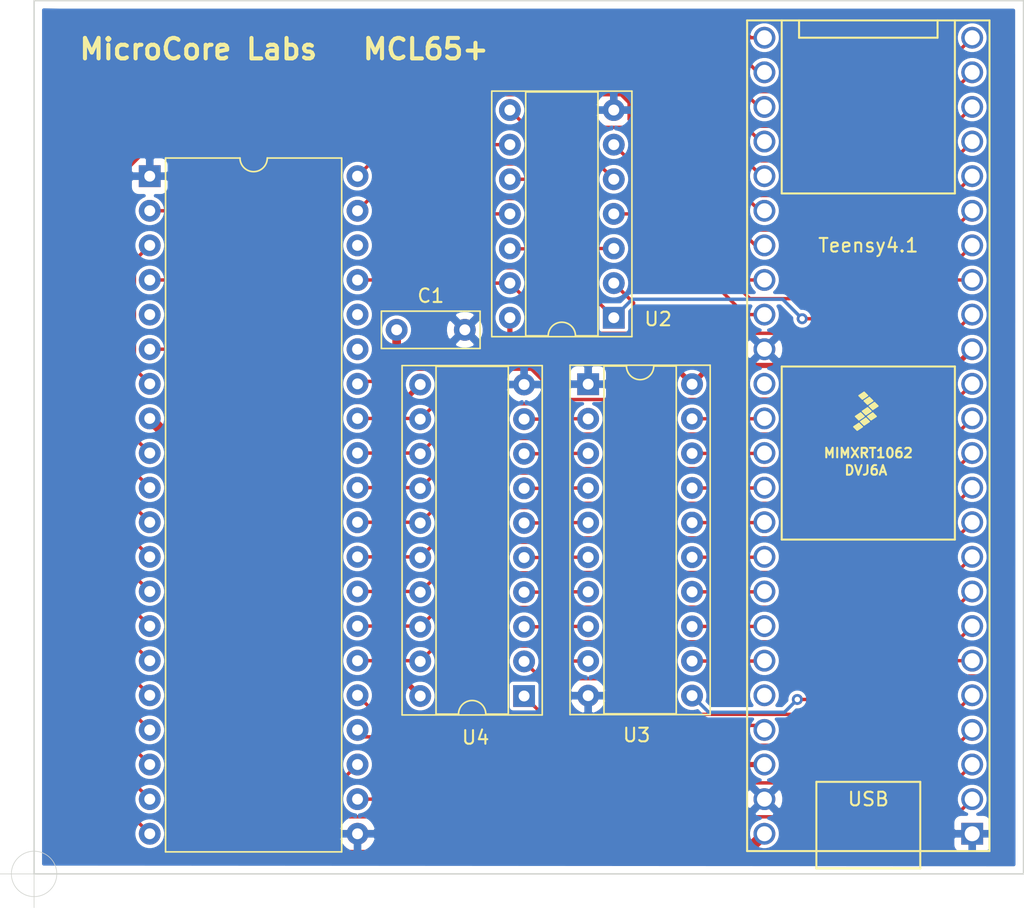
<source format=kicad_pcb>
(kicad_pcb (version 20171130) (host pcbnew "(5.1.8)-1")
  (layers (0 Top.Cu signal) (31 Bottom.Cu signal hide) (34 B.Paste user) (35 F.Paste user) (36 B.SilkS user) (37 F.SilkS user) (38 B.Mask user) (39 F.Mask user) (44 Edge.Cuts user))
  (net 0 "")
  (net 1 GND)
  (net 2 6502_READY)
  (net 3 6502_A12)
  (net 4 6502_A13)
  (net 5 6502_IRQ_n)
  (net 6 6502_A14)
  (net 7 "Net-(U1-Pad5)")
  (net 8 6502_A15)
  (net 9 6502_NMI_n)
  (net 10 6502_D7)
  (net 11 6502_SYNC)
  (net 12 6502_D6)
  (net 13 +5V)
  (net 14 6502_D5)
  (net 15 6502_A0)
  (net 16 6502_D4)
  (net 17 6502_A1)
  (net 18 6502_D3)
  (net 19 6502_A2)
  (net 20 6502_D2)
  (net 21 6502_A3)
  (net 22 6502_D1)
  (net 23 6502_A4)
  (net 24 6502_D0)
  (net 25 6502_A5)
  (net 26 6502_WR_n)
  (net 27 6502_A6)
  (net 28 "Net-(U1-Pad35)")
  (net 29 6502_A7)
  (net 30 "Net-(U1-Pad36)")
  (net 31 6502_A8)
  (net 32 6502_CLK0)
  (net 33 6502_A9)
  (net 34 "Net-(U1-Pad38)")
  (net 35 6502_A10)
  (net 36 6502_A11)
  (net 37 6502_RESET_n)
  (net 38 TEENSY_CLK1)
  (net 39 +3V3)
  (net 40 TEENSY_DATAIN7)
  (net 41 TEENSY_DATAIN6)
  (net 42 TEENSY_DATAIN5)
  (net 43 TEENSY_DATAIN4)
  (net 44 TEENSY_DATAIN3)
  (net 45 TEENSY_DATAIN2)
  (net 46 TEENSY_DATAIN1)
  (net 47 TEENSY_DATAIN0)
  (net 48 TEENSY_DATAOUT7)
  (net 49 TEENSY_DATAOUT6)
  (net 50 TEENSY_DATAOUT5)
  (net 51 TEENSY_DATAOUT4)
  (net 52 TEENSY_DATAOUT3)
  (net 53 TEENSY_DATAOUT2)
  (net 54 TEENSY_DATAOUT1)
  (net 55 TEENSY_DATAOUT0)
  (net 56 TEENSY_DATAOUT_OE_n)
  (net 57 "Net-(U5-Pad35)")
  (net 58 TEENSY_CLK2)
  (net 59 TEENSY_RESET)
  (net 60 TEENSY_NMI)
  (net 61 TEENSY_IRQ)
  (net 62 TEENSY_READY_n)
  (net 63 "Net-(U5-Pad44)")
  (module Capacitor_THT:C_Disc_D7.0mm_W2.5mm_P5.00mm (layer Top.Cu) (at 90.1192 105.5624)
    (fp_text reference C1 (at 2.5 -2.5) (layer F.SilkS))
    (fp_text value 10uF)
    (pad 2 thru_hole circle (at 5 0) (size 1.6 1.6) (drill 0.8) (layers *.Cu *.Mask) (net 1 GND))
    (pad 1 thru_hole circle (at 0 0) (size 1.6 1.6) (drill 0.8) (layers *.Cu *.Mask) (net 39 +3V3))
  )
  (module Package_DIP:DIP-14_W7.62mm_Socket (layer Top.Cu) (at 106.045 104.6734 180)
    (fp_text reference U2 (at -3.2512 -0.1016) (layer F.SilkS))
    (fp_text value 74HC14)
    (pad 14 thru_hole oval (at 7.62 0 180) (size 1.6 1.6) (drill 0.8) (layers *.Cu *.Mask) (net 39 +3V3))
    (pad 7 thru_hole oval (at 0 15.24 180) (size 1.6 1.6) (drill 0.8) (layers *.Cu *.Mask) (net 1 GND))
    (pad 13 thru_hole oval (at 7.62 2.54 180) (size 1.6 1.6) (drill 0.8) (layers *.Cu *.Mask) (net 38 TEENSY_CLK1))
    (pad 6 thru_hole oval (at 0 12.7 180) (size 1.6 1.6) (drill 0.8) (layers *.Cu *.Mask) (net 59 TEENSY_RESET))
    (pad 12 thru_hole oval (at 7.62 5.08 180) (size 1.6 1.6) (drill 0.8) (layers *.Cu *.Mask) (net 58 TEENSY_CLK2))
    (pad 5 thru_hole oval (at 0 10.16 180) (size 1.6 1.6) (drill 0.8) (layers *.Cu *.Mask) (net 37 6502_RESET_n))
    (pad 11 thru_hole oval (at 7.62 7.62 180) (size 1.6 1.6) (drill 0.8) (layers *.Cu *.Mask) (net 5 6502_IRQ_n))
    (pad 4 thru_hole oval (at 0 7.62 180) (size 1.6 1.6) (drill 0.8) (layers *.Cu *.Mask) (net 60 TEENSY_NMI))
    (pad 10 thru_hole oval (at 7.62 10.16 180) (size 1.6 1.6) (drill 0.8) (layers *.Cu *.Mask) (net 61 TEENSY_IRQ))
    (pad 3 thru_hole oval (at 0 5.08 180) (size 1.6 1.6) (drill 0.8) (layers *.Cu *.Mask) (net 9 6502_NMI_n))
    (pad 9 thru_hole oval (at 7.62 12.7 180) (size 1.6 1.6) (drill 0.8) (layers *.Cu *.Mask) (net 2 6502_READY))
    (pad 2 thru_hole oval (at 0 2.54 180) (size 1.6 1.6) (drill 0.8) (layers *.Cu *.Mask) (net 38 TEENSY_CLK1))
    (pad 8 thru_hole oval (at 7.62 15.24 180) (size 1.6 1.6) (drill 0.8) (layers *.Cu *.Mask) (net 62 TEENSY_READY_n))
    (pad 1 thru_hole rect (at 0 0 180) (size 1.6 1.6) (drill 0.8) (layers *.Cu *.Mask) (net 32 6502_CLK0))
  )
  (module Package_DIP:DIP-20_W7.62mm_Socket (layer Top.Cu) (at 99.4664 132.4356 180)
    (fp_text reference U4 (at 3.556 -3.048) (layer F.SilkS))
    (fp_text value 74LS573)
    (pad 20 thru_hole oval (at 7.62 0 180) (size 1.6 1.6) (drill 0.8) (layers *.Cu *.Mask) (net 39 +3V3))
    (pad 10 thru_hole oval (at 0 22.86 180) (size 1.6 1.6) (drill 0.8) (layers *.Cu *.Mask) (net 1 GND))
    (pad 19 thru_hole oval (at 7.62 2.54 180) (size 1.6 1.6) (drill 0.8) (layers *.Cu *.Mask) (net 10 6502_D7))
    (pad 9 thru_hole oval (at 0 20.32 180) (size 1.6 1.6) (drill 0.8) (layers *.Cu *.Mask) (net 55 TEENSY_DATAOUT0))
    (pad 18 thru_hole oval (at 7.62 5.08 180) (size 1.6 1.6) (drill 0.8) (layers *.Cu *.Mask) (net 12 6502_D6))
    (pad 8 thru_hole oval (at 0 17.78 180) (size 1.6 1.6) (drill 0.8) (layers *.Cu *.Mask) (net 54 TEENSY_DATAOUT1))
    (pad 17 thru_hole oval (at 7.62 7.62 180) (size 1.6 1.6) (drill 0.8) (layers *.Cu *.Mask) (net 14 6502_D5))
    (pad 7 thru_hole oval (at 0 15.24 180) (size 1.6 1.6) (drill 0.8) (layers *.Cu *.Mask) (net 53 TEENSY_DATAOUT2))
    (pad 16 thru_hole oval (at 7.62 10.16 180) (size 1.6 1.6) (drill 0.8) (layers *.Cu *.Mask) (net 16 6502_D4))
    (pad 6 thru_hole oval (at 0 12.7 180) (size 1.6 1.6) (drill 0.8) (layers *.Cu *.Mask) (net 52 TEENSY_DATAOUT3))
    (pad 15 thru_hole oval (at 7.62 12.7 180) (size 1.6 1.6) (drill 0.8) (layers *.Cu *.Mask) (net 18 6502_D3))
    (pad 5 thru_hole oval (at 0 10.16 180) (size 1.6 1.6) (drill 0.8) (layers *.Cu *.Mask) (net 51 TEENSY_DATAOUT4))
    (pad 14 thru_hole oval (at 7.62 15.24 180) (size 1.6 1.6) (drill 0.8) (layers *.Cu *.Mask) (net 20 6502_D2))
    (pad 4 thru_hole oval (at 0 7.62 180) (size 1.6 1.6) (drill 0.8) (layers *.Cu *.Mask) (net 50 TEENSY_DATAOUT5))
    (pad 13 thru_hole oval (at 7.62 17.78 180) (size 1.6 1.6) (drill 0.8) (layers *.Cu *.Mask) (net 22 6502_D1))
    (pad 3 thru_hole oval (at 0 5.08 180) (size 1.6 1.6) (drill 0.8) (layers *.Cu *.Mask) (net 49 TEENSY_DATAOUT6))
    (pad 12 thru_hole oval (at 7.62 20.32 180) (size 1.6 1.6) (drill 0.8) (layers *.Cu *.Mask) (net 24 6502_D0))
    (pad 2 thru_hole oval (at 0 2.54 180) (size 1.6 1.6) (drill 0.8) (layers *.Cu *.Mask) (net 48 TEENSY_DATAOUT7))
    (pad 11 thru_hole oval (at 7.62 22.86 180) (size 1.6 1.6) (drill 0.8) (layers *.Cu *.Mask) (net 39 +3V3))
    (pad 1 thru_hole rect (at 0 0 180) (size 1.6 1.6) (drill 0.8) (layers *.Cu *.Mask) (net 56 TEENSY_DATAOUT_OE_n))
  )
  (module MCL65+:Teensy41 (layer Top.Cu) (at 124.714 113.3348 90)
    (fp_text reference U5 hide)
    (fp_text value Teensy4.1 (at 13.97 0 180) (layer F.SilkS))
    (fp_text user DVJ6A (at -2.54 -0.18) (layer F.SilkS) (effects (font (size 0.7 0.7))))
    (fp_text user MIMXRT1062 (at -1.27 0) (layer F.SilkS) (effects (font (size 0.7 0.7))))
    (fp_text user USB (at -26.67 0) (layer F.SilkS))
    (pad 48 thru_hole circle (at -29.21 -7.62 90) (size 1.6 1.6) (drill 1.1) (layers *.Cu *.Mask) (net 13 +5V))
    (pad 47 thru_hole circle (at -26.67 -7.62 90) (size 1.6 1.6) (drill 1.1) (layers *.Cu *.Mask) (net 1 GND))
    (pad 46 thru_hole circle (at -24.13 -7.62 90) (size 1.6 1.6) (drill 1.1) (layers *.Cu *.Mask) (net 39 +3V3))
    (pad 45 thru_hole circle (at -21.59 -7.62 90) (size 1.6 1.6) (drill 1.1) (layers *.Cu *.Mask) (net 8 6502_A15))
    (pad 44 thru_hole circle (at -19.05 -7.62 90) (size 1.6 1.6) (drill 1.1) (layers *.Cu *.Mask) (net 63 "Net-(U5-Pad44)"))
    (pad 43 thru_hole circle (at -16.51 -7.62 90) (size 1.6 1.6) (drill 1.1) (layers *.Cu *.Mask) (net 40 TEENSY_DATAIN7))
    (pad 42 thru_hole circle (at -13.97 -7.62 90) (size 1.6 1.6) (drill 1.1) (layers *.Cu *.Mask) (net 41 TEENSY_DATAIN6))
    (pad 41 thru_hole circle (at -11.43 -7.62 90) (size 1.6 1.6) (drill 1.1) (layers *.Cu *.Mask) (net 42 TEENSY_DATAIN5))
    (pad 40 thru_hole circle (at -8.89 -7.62 90) (size 1.6 1.6) (drill 1.1) (layers *.Cu *.Mask) (net 43 TEENSY_DATAIN4))
    (pad 39 thru_hole circle (at -6.35 -7.62 90) (size 1.6 1.6) (drill 1.1) (layers *.Cu *.Mask) (net 44 TEENSY_DATAIN3))
    (pad 38 thru_hole circle (at -3.81 -7.62 90) (size 1.6 1.6) (drill 1.1) (layers *.Cu *.Mask) (net 45 TEENSY_DATAIN2))
    (pad 37 thru_hole circle (at -1.27 -7.62 90) (size 1.6 1.6) (drill 1.1) (layers *.Cu *.Mask) (net 46 TEENSY_DATAIN1))
    (pad 36 thru_hole circle (at 1.27 -7.62 90) (size 1.6 1.6) (drill 1.1) (layers *.Cu *.Mask) (net 47 TEENSY_DATAIN0))
    (pad 35 thru_hole circle (at 3.81 -7.62 90) (size 1.6 1.6) (drill 1.1) (layers *.Cu *.Mask) (net 57 "Net-(U5-Pad35)"))
    (pad 1 thru_hole rect (at -29.21 7.62 90) (size 1.6 1.6) (drill 1.1) (layers *.Cu *.Mask) (net 1 GND))
    (pad 2 thru_hole circle (at -26.67 7.62 90) (size 1.6 1.6) (drill 1.1) (layers *.Cu *.Mask) (net 4 6502_A13))
    (pad 3 thru_hole circle (at -24.13 7.62 90) (size 1.6 1.6) (drill 1.1) (layers *.Cu *.Mask) (net 3 6502_A12))
    (pad 4 thru_hole circle (at -21.59 7.62 90) (size 1.6 1.6) (drill 1.1) (layers *.Cu *.Mask) (net 6 6502_A14))
    (pad 5 thru_hole circle (at -19.05 7.62 90) (size 1.6 1.6) (drill 1.1) (layers *.Cu *.Mask) (net 56 TEENSY_DATAOUT_OE_n))
    (pad 6 thru_hole circle (at -16.51 7.62 90) (size 1.6 1.6) (drill 1.1) (layers *.Cu *.Mask) (net 48 TEENSY_DATAOUT7))
    (pad 7 thru_hole circle (at -13.97 7.62 90) (size 1.6 1.6) (drill 1.1) (layers *.Cu *.Mask) (net 49 TEENSY_DATAOUT6))
    (pad 8 thru_hole circle (at -11.43 7.62 90) (size 1.6 1.6) (drill 1.1) (layers *.Cu *.Mask) (net 50 TEENSY_DATAOUT5))
    (pad 9 thru_hole circle (at -8.89 7.62 90) (size 1.6 1.6) (drill 1.1) (layers *.Cu *.Mask) (net 51 TEENSY_DATAOUT4))
    (pad 10 thru_hole circle (at -6.35 7.62 90) (size 1.6 1.6) (drill 1.1) (layers *.Cu *.Mask) (net 52 TEENSY_DATAOUT3))
    (pad 11 thru_hole circle (at -3.81 7.62 90) (size 1.6 1.6) (drill 1.1) (layers *.Cu *.Mask) (net 53 TEENSY_DATAOUT2))
    (pad 12 thru_hole circle (at -1.27 7.62 90) (size 1.6 1.6) (drill 1.1) (layers *.Cu *.Mask) (net 54 TEENSY_DATAOUT1))
    (pad 13 thru_hole circle (at 1.27 7.62 90) (size 1.6 1.6) (drill 1.1) (layers *.Cu *.Mask) (net 55 TEENSY_DATAOUT0))
    (pad 34 thru_hole circle (at 6.35 -7.62 90) (size 1.6 1.6) (drill 1.1) (layers *.Cu *.Mask) (net 1 GND))
    (pad 33 thru_hole circle (at 8.89 -7.62 90) (size 1.6 1.6) (drill 1.1) (layers *.Cu *.Mask) (net 60 TEENSY_NMI))
    (pad 32 thru_hole circle (at 11.43 -7.62 90) (size 1.6 1.6) (drill 1.1) (layers *.Cu *.Mask) (net 59 TEENSY_RESET))
    (pad 31 thru_hole circle (at 13.97 -7.62 90) (size 1.6 1.6) (drill 1.1) (layers *.Cu *.Mask) (net 11 6502_SYNC))
    (pad 30 thru_hole circle (at 16.51 -7.62 90) (size 1.6 1.6) (drill 1.1) (layers *.Cu *.Mask) (net 17 6502_A1))
    (pad 29 thru_hole circle (at 19.05 -7.62 90) (size 1.6 1.6) (drill 1.1) (layers *.Cu *.Mask) (net 21 6502_A3))
    (pad 28 thru_hole circle (at 21.59 -7.62 90) (size 1.6 1.6) (drill 1.1) (layers *.Cu *.Mask) (net 25 6502_A5))
    (pad 27 thru_hole circle (at 24.13 -7.62 90) (size 1.6 1.6) (drill 1.1) (layers *.Cu *.Mask) (net 29 6502_A7))
    (pad 26 thru_hole circle (at 26.67 -7.62 90) (size 1.6 1.6) (drill 1.1) (layers *.Cu *.Mask) (net 33 6502_A9))
    (pad 25 thru_hole circle (at 29.21 -7.62 90) (size 1.6 1.6) (drill 1.1) (layers *.Cu *.Mask) (net 36 6502_A11))
    (pad 24 thru_hole circle (at 29.21 7.62 90) (size 1.6 1.6) (drill 1.1) (layers *.Cu *.Mask) (net 35 6502_A10))
    (pad 23 thru_hole circle (at 26.67 7.62 90) (size 1.6 1.6) (drill 1.1) (layers *.Cu *.Mask) (net 31 6502_A8))
    (pad 22 thru_hole circle (at 24.13 7.62 90) (size 1.6 1.6) (drill 1.1) (layers *.Cu *.Mask) (net 27 6502_A6))
    (pad 21 thru_hole circle (at 21.59 7.62 90) (size 1.6 1.6) (drill 1.1) (layers *.Cu *.Mask) (net 23 6502_A4))
    (pad 14 thru_hole circle (at 3.81 7.62 90) (size 1.6 1.6) (drill 1.1) (layers *.Cu *.Mask) (net 26 6502_WR_n))
    (pad 15 thru_hole circle (at 6.35 7.62 90) (size 1.6 1.6) (drill 1.1) (layers *.Cu *.Mask) (net 39 +3V3))
    (pad 16 thru_hole circle (at 8.89 7.62 90) (size 1.6 1.6) (drill 1.1) (layers *.Cu *.Mask) (net 38 TEENSY_CLK1))
    (pad 20 thru_hole circle (at 19.05 7.62 90) (size 1.6 1.6) (drill 1.1) (layers *.Cu *.Mask) (net 19 6502_A2))
    (pad 19 thru_hole circle (at 16.51 7.62 90) (size 1.6 1.6) (drill 1.1) (layers *.Cu *.Mask) (net 15 6502_A0))
    (pad 18 thru_hole circle (at 13.97 7.62 90) (size 1.6 1.6) (drill 1.1) (layers *.Cu *.Mask) (net 62 TEENSY_READY_n))
    (pad 17 thru_hole circle (at 11.43 7.62 90) (size 1.6 1.6) (drill 1.1) (layers *.Cu *.Mask) (net 61 TEENSY_IRQ))
  )
  (module Package_DIP:DIP-40_W15.24mm (layer Top.Cu) (at 72.009 94.2848)
    (fp_text reference U1 hide)
    (fp_text value 6502)
    (pad 1 thru_hole rect (at 0 0) (size 1.6 1.6) (drill 0.8) (layers *.Cu *.Mask) (net 1 GND))
    (pad 21 thru_hole oval (at 15.24 48.26) (size 1.6 1.6) (drill 0.8) (layers *.Cu *.Mask) (net 1 GND))
    (pad 2 thru_hole oval (at 0 2.54) (size 1.6 1.6) (drill 0.8) (layers *.Cu *.Mask) (net 2 6502_READY))
    (pad 22 thru_hole oval (at 15.24 45.72) (size 1.6 1.6) (drill 0.8) (layers *.Cu *.Mask) (net 3 6502_A12))
    (pad 3 thru_hole oval (at 0 5.08) (size 1.6 1.6) (drill 0.8) (layers *.Cu *.Mask) (net 38 TEENSY_CLK1))
    (pad 23 thru_hole oval (at 15.24 43.18) (size 1.6 1.6) (drill 0.8) (layers *.Cu *.Mask) (net 4 6502_A13))
    (pad 4 thru_hole oval (at 0 7.62) (size 1.6 1.6) (drill 0.8) (layers *.Cu *.Mask) (net 5 6502_IRQ_n))
    (pad 24 thru_hole oval (at 15.24 40.64) (size 1.6 1.6) (drill 0.8) (layers *.Cu *.Mask) (net 6 6502_A14))
    (pad 5 thru_hole oval (at 0 10.16) (size 1.6 1.6) (drill 0.8) (layers *.Cu *.Mask) (net 7 "Net-(U1-Pad5)"))
    (pad 25 thru_hole oval (at 15.24 38.1) (size 1.6 1.6) (drill 0.8) (layers *.Cu *.Mask) (net 8 6502_A15))
    (pad 6 thru_hole oval (at 0 12.7) (size 1.6 1.6) (drill 0.8) (layers *.Cu *.Mask) (net 9 6502_NMI_n))
    (pad 26 thru_hole oval (at 15.24 35.56) (size 1.6 1.6) (drill 0.8) (layers *.Cu *.Mask) (net 10 6502_D7))
    (pad 7 thru_hole oval (at 0 15.24) (size 1.6 1.6) (drill 0.8) (layers *.Cu *.Mask) (net 11 6502_SYNC))
    (pad 27 thru_hole oval (at 15.24 33.02) (size 1.6 1.6) (drill 0.8) (layers *.Cu *.Mask) (net 12 6502_D6))
    (pad 8 thru_hole oval (at 0 17.78) (size 1.6 1.6) (drill 0.8) (layers *.Cu *.Mask) (net 13 +5V))
    (pad 28 thru_hole oval (at 15.24 30.48) (size 1.6 1.6) (drill 0.8) (layers *.Cu *.Mask) (net 14 6502_D5))
    (pad 9 thru_hole oval (at 0 20.32) (size 1.6 1.6) (drill 0.8) (layers *.Cu *.Mask) (net 15 6502_A0))
    (pad 29 thru_hole oval (at 15.24 27.94) (size 1.6 1.6) (drill 0.8) (layers *.Cu *.Mask) (net 16 6502_D4))
    (pad 10 thru_hole oval (at 0 22.86) (size 1.6 1.6) (drill 0.8) (layers *.Cu *.Mask) (net 17 6502_A1))
    (pad 30 thru_hole oval (at 15.24 25.4) (size 1.6 1.6) (drill 0.8) (layers *.Cu *.Mask) (net 18 6502_D3))
    (pad 11 thru_hole oval (at 0 25.4) (size 1.6 1.6) (drill 0.8) (layers *.Cu *.Mask) (net 19 6502_A2))
    (pad 31 thru_hole oval (at 15.24 22.86) (size 1.6 1.6) (drill 0.8) (layers *.Cu *.Mask) (net 20 6502_D2))
    (pad 12 thru_hole oval (at 0 27.94) (size 1.6 1.6) (drill 0.8) (layers *.Cu *.Mask) (net 21 6502_A3))
    (pad 32 thru_hole oval (at 15.24 20.32) (size 1.6 1.6) (drill 0.8) (layers *.Cu *.Mask) (net 22 6502_D1))
    (pad 13 thru_hole oval (at 0 30.48) (size 1.6 1.6) (drill 0.8) (layers *.Cu *.Mask) (net 23 6502_A4))
    (pad 33 thru_hole oval (at 15.24 17.78) (size 1.6 1.6) (drill 0.8) (layers *.Cu *.Mask) (net 24 6502_D0))
    (pad 14 thru_hole oval (at 0 33.02) (size 1.6 1.6) (drill 0.8) (layers *.Cu *.Mask) (net 25 6502_A5))
    (pad 34 thru_hole oval (at 15.24 15.24) (size 1.6 1.6) (drill 0.8) (layers *.Cu *.Mask) (net 26 6502_WR_n))
    (pad 15 thru_hole oval (at 0 35.56) (size 1.6 1.6) (drill 0.8) (layers *.Cu *.Mask) (net 27 6502_A6))
    (pad 35 thru_hole oval (at 15.24 12.7) (size 1.6 1.6) (drill 0.8) (layers *.Cu *.Mask) (net 28 "Net-(U1-Pad35)"))
    (pad 16 thru_hole oval (at 0 38.1) (size 1.6 1.6) (drill 0.8) (layers *.Cu *.Mask) (net 29 6502_A7))
    (pad 36 thru_hole oval (at 15.24 10.16) (size 1.6 1.6) (drill 0.8) (layers *.Cu *.Mask) (net 30 "Net-(U1-Pad36)"))
    (pad 17 thru_hole oval (at 0 40.64) (size 1.6 1.6) (drill 0.8) (layers *.Cu *.Mask) (net 31 6502_A8))
    (pad 37 thru_hole oval (at 15.24 7.62) (size 1.6 1.6) (drill 0.8) (layers *.Cu *.Mask) (net 32 6502_CLK0))
    (pad 18 thru_hole oval (at 0 43.18) (size 1.6 1.6) (drill 0.8) (layers *.Cu *.Mask) (net 33 6502_A9))
    (pad 38 thru_hole oval (at 15.24 5.08) (size 1.6 1.6) (drill 0.8) (layers *.Cu *.Mask) (net 34 "Net-(U1-Pad38)"))
    (pad 19 thru_hole oval (at 0 45.72) (size 1.6 1.6) (drill 0.8) (layers *.Cu *.Mask) (net 35 6502_A10))
    (pad 39 thru_hole oval (at 15.24 2.54) (size 1.6 1.6) (drill 0.8) (layers *.Cu *.Mask) (net 58 TEENSY_CLK2))
    (pad 20 thru_hole oval (at 0 48.26) (size 1.6 1.6) (drill 0.8) (layers *.Cu *.Mask) (net 36 6502_A11))
    (pad 40 thru_hole oval (at 15.24 0) (size 1.6 1.6) (drill 0.8) (layers *.Cu *.Mask) (net 37 6502_RESET_n))
  )
  (module Package_DIP:DIP-20_W7.62mm_Socket (layer Top.Cu) (at 104.1654 109.5502)
    (fp_text reference U3 (at 3.556 25.7556) (layer F.SilkS))
    (fp_text value 74LS573)
    (pad 1 thru_hole rect (at 0 0) (size 1.6 1.6) (drill 0.8) (layers *.Cu *.Mask) (net 1 GND))
    (pad 11 thru_hole oval (at 7.62 22.86) (size 1.6 1.6) (drill 0.8) (layers *.Cu *.Mask) (net 32 6502_CLK0))
    (pad 2 thru_hole oval (at 0 2.54) (size 1.6 1.6) (drill 0.8) (layers *.Cu *.Mask) (net 24 6502_D0))
    (pad 12 thru_hole oval (at 7.62 20.32) (size 1.6 1.6) (drill 0.8) (layers *.Cu *.Mask) (net 40 TEENSY_DATAIN7))
    (pad 3 thru_hole oval (at 0 5.08) (size 1.6 1.6) (drill 0.8) (layers *.Cu *.Mask) (net 22 6502_D1))
    (pad 13 thru_hole oval (at 7.62 17.78) (size 1.6 1.6) (drill 0.8) (layers *.Cu *.Mask) (net 41 TEENSY_DATAIN6))
    (pad 4 thru_hole oval (at 0 7.62) (size 1.6 1.6) (drill 0.8) (layers *.Cu *.Mask) (net 20 6502_D2))
    (pad 14 thru_hole oval (at 7.62 15.24) (size 1.6 1.6) (drill 0.8) (layers *.Cu *.Mask) (net 42 TEENSY_DATAIN5))
    (pad 5 thru_hole oval (at 0 10.16) (size 1.6 1.6) (drill 0.8) (layers *.Cu *.Mask) (net 18 6502_D3))
    (pad 15 thru_hole oval (at 7.62 12.7) (size 1.6 1.6) (drill 0.8) (layers *.Cu *.Mask) (net 43 TEENSY_DATAIN4))
    (pad 6 thru_hole oval (at 0 12.7) (size 1.6 1.6) (drill 0.8) (layers *.Cu *.Mask) (net 16 6502_D4))
    (pad 16 thru_hole oval (at 7.62 10.16) (size 1.6 1.6) (drill 0.8) (layers *.Cu *.Mask) (net 44 TEENSY_DATAIN3))
    (pad 7 thru_hole oval (at 0 15.24) (size 1.6 1.6) (drill 0.8) (layers *.Cu *.Mask) (net 14 6502_D5))
    (pad 17 thru_hole oval (at 7.62 7.62) (size 1.6 1.6) (drill 0.8) (layers *.Cu *.Mask) (net 45 TEENSY_DATAIN2))
    (pad 8 thru_hole oval (at 0 17.78) (size 1.6 1.6) (drill 0.8) (layers *.Cu *.Mask) (net 12 6502_D6))
    (pad 18 thru_hole oval (at 7.62 5.08) (size 1.6 1.6) (drill 0.8) (layers *.Cu *.Mask) (net 46 TEENSY_DATAIN1))
    (pad 9 thru_hole oval (at 0 20.32) (size 1.6 1.6) (drill 0.8) (layers *.Cu *.Mask) (net 10 6502_D7))
    (pad 19 thru_hole oval (at 7.62 2.54) (size 1.6 1.6) (drill 0.8) (layers *.Cu *.Mask) (net 47 TEENSY_DATAIN0))
    (pad 10 thru_hole oval (at 0 22.86) (size 1.6 1.6) (drill 0.8) (layers *.Cu *.Mask) (net 1 GND))
    (pad 20 thru_hole oval (at 7.62 0) (size 1.6 1.6) (drill 0.8) (layers *.Cu *.Mask) (net 39 +3V3))
  )
  (target plus (at 63.5254 145.4912) (size 5) (width 0.05) (layer Edge.Cuts))
  (gr_line (start 136.0932 81.407) (end 136.0932 145.4912) (layer Edge.Cuts) (width 0.1))
  (gr_line (start 63.5254 81.407) (end 136.0932 81.407) (layer Edge.Cuts) (width 0.1))
  (gr_line (start 63.5254 145.4912) (end 63.5254 81.407) (layer Edge.Cuts) (width 0.1))
  (gr_line (start 136.0932 145.4912) (end 63.5254 145.4912) (layer Edge.Cuts) (width 0.1))
  (gr_text "MicroCore Labs   MCL65+" (at 81.8642 84.963) (layer F.SilkS) (effects (font (size 1.5 1.5) (thickness 0.3))))
  (segment (start 84.5058 91.9734) (end 98.425 91.9734) (width 0.25) (layer Top.Cu) (net 2))
  (segment (start 79.6544 96.8248) (end 84.5058 91.9734) (width 0.25) (layer Top.Cu) (net 2))
  (segment (start 72.009 96.8248) (end 79.6544 96.8248) (width 0.25) (layer Top.Cu) (net 2))
  (segment (start 115.9256 138.811) (end 114.7318 140.0048) (width 0.25) (layer Top.Cu) (net 3))
  (segment (start 114.7318 140.0048) (end 87.249 140.0048) (width 0.25) (layer Top.Cu) (net 3))
  (segment (start 130.9878 138.811) (end 115.9256 138.811) (width 0.25) (layer Top.Cu) (net 3))
  (segment (start 132.334 137.4648) (end 130.9878 138.811) (width 0.25) (layer Top.Cu) (net 3))
  (segment (start 85.852 138.8618) (end 87.249 137.4648) (width 0.25) (layer Top.Cu) (net 4))
  (segment (start 85.852 140.462) (end 85.852 138.8618) (width 0.25) (layer Top.Cu) (net 4))
  (segment (start 86.6902 141.3002) (end 85.852 140.462) (width 0.25) (layer Top.Cu) (net 4))
  (segment (start 131.0386 141.3002) (end 86.6902 141.3002) (width 0.25) (layer Top.Cu) (net 4))
  (segment (start 132.334 140.0048) (end 131.0386 141.3002) (width 0.25) (layer Top.Cu) (net 4))
  (segment (start 97.0788 97.0534) (end 98.425 97.0534) (width 0.25) (layer Top.Cu) (net 5))
  (segment (start 96.0628 98.0694) (end 97.0788 97.0534) (width 0.25) (layer Top.Cu) (net 5))
  (segment (start 83.7946 98.0694) (end 96.0628 98.0694) (width 0.25) (layer Top.Cu) (net 5))
  (segment (start 79.9592 101.9048) (end 83.7946 98.0694) (width 0.25) (layer Top.Cu) (net 5))
  (segment (start 72.009 101.9048) (end 79.9592 101.9048) (width 0.25) (layer Top.Cu) (net 5))
  (segment (start 87.63 135.3058) (end 87.249 134.9248) (width 0.25) (layer Top.Cu) (net 6))
  (segment (start 87.757 135.4328) (end 87.249 134.9248) (width 0.25) (layer Top.Cu) (net 6))
  (segment (start 90.678 135.4328) (end 87.757 135.4328) (width 0.25) (layer Top.Cu) (net 6))
  (segment (start 91.295001 136.049801) (end 90.678 135.4328) (width 0.25) (layer Top.Cu) (net 6))
  (segment (start 131.208999 136.049801) (end 91.295001 136.049801) (width 0.25) (layer Top.Cu) (net 6))
  (segment (start 132.334 134.9248) (end 131.208999 136.049801) (width 0.25) (layer Top.Cu) (net 6))
  (segment (start 117.094 134.9248) (end 116.713 135.3058) (width 0.25) (layer Top.Cu) (net 8))
  (segment (start 89.4588 134.5946) (end 87.249 132.3848) (width 0.25) (layer Top.Cu) (net 8))
  (segment (start 116.7638 134.5946) (end 89.4588 134.5946) (width 0.25) (layer Top.Cu) (net 8))
  (segment (start 117.094 134.9248) (end 116.7638 134.5946) (width 0.25) (layer Top.Cu) (net 8))
  (segment (start 97.0788 98.3742) (end 103.5812 98.3742) (width 0.25) (layer Top.Cu) (net 9))
  (segment (start 104.8004 99.5934) (end 106.045 99.5934) (width 0.25) (layer Top.Cu) (net 9))
  (segment (start 94.8944 100.5586) (end 97.0788 98.3742) (width 0.25) (layer Top.Cu) (net 9))
  (segment (start 103.5812 98.3742) (end 104.8004 99.5934) (width 0.25) (layer Top.Cu) (net 9))
  (segment (start 86.3854 100.5586) (end 94.8944 100.5586) (width 0.25) (layer Top.Cu) (net 9))
  (segment (start 79.9592 106.9848) (end 86.3854 100.5586) (width 0.25) (layer Top.Cu) (net 9))
  (segment (start 72.009 106.9848) (end 79.9592 106.9848) (width 0.25) (layer Top.Cu) (net 9))
  (segment (start 91.7956 129.8448) (end 91.8464 129.8956) (width 0.25) (layer Top.Cu) (net 10))
  (segment (start 87.249 129.8448) (end 91.7956 129.8448) (width 0.25) (layer Top.Cu) (net 10))
  (segment (start 102.1588 129.8702) (end 104.1654 129.8702) (width 0.25) (layer Top.Cu) (net 10))
  (segment (start 101.059199 128.770599) (end 102.1588 129.8702) (width 0.25) (layer Top.Cu) (net 10))
  (segment (start 92.971401 128.770599) (end 101.059199 128.770599) (width 0.25) (layer Top.Cu) (net 10))
  (segment (start 91.8464 129.8956) (end 92.971401 128.770599) (width 0.25) (layer Top.Cu) (net 10))
  (segment (start 70.433989 107.949789) (end 72.009 109.5248) (width 0.25) (layer Top.Cu) (net 11))
  (segment (start 70.433989 93.674809) (end 70.433989 107.949789) (width 0.25) (layer Top.Cu) (net 11))
  (segment (start 106.585001 88.308399) (end 75.800399 88.308399) (width 0.25) (layer Top.Cu) (net 11))
  (segment (start 75.800399 88.308399) (end 70.433989 93.674809) (width 0.25) (layer Top.Cu) (net 11))
  (segment (start 107.170001 88.893399) (end 106.585001 88.308399) (width 0.25) (layer Top.Cu) (net 11))
  (segment (start 107.170001 90.101201) (end 107.170001 88.893399) (width 0.25) (layer Top.Cu) (net 11))
  (segment (start 116.4336 99.3648) (end 107.170001 90.101201) (width 0.25) (layer Top.Cu) (net 11))
  (segment (start 117.094 99.3648) (end 116.4336 99.3648) (width 0.25) (layer Top.Cu) (net 11))
  (segment (start 91.7956 127.3048) (end 91.8464 127.3556) (width 0.25) (layer Top.Cu) (net 12))
  (segment (start 87.249 127.3048) (end 91.7956 127.3048) (width 0.25) (layer Top.Cu) (net 12))
  (segment (start 102.235 127.3302) (end 104.1654 127.3302) (width 0.25) (layer Top.Cu) (net 12))
  (segment (start 100.845401 125.940601) (end 102.235 127.3302) (width 0.25) (layer Top.Cu) (net 12))
  (segment (start 93.261399 125.940601) (end 100.845401 125.940601) (width 0.25) (layer Top.Cu) (net 12))
  (segment (start 91.8464 127.3556) (end 93.261399 125.940601) (width 0.25) (layer Top.Cu) (net 12))
  (segment (start 74.1426 114.1984) (end 72.009 112.0648) (width 0.7834) (layer Top.Cu) (net 13))
  (segment (start 74.1426 139.954) (end 74.1426 114.1984) (width 0.7834) (layer Top.Cu) (net 13))
  (segment (start 78.3082 144.1196) (end 74.1426 139.954) (width 0.7834) (layer Top.Cu) (net 13))
  (segment (start 115.5192 144.1196) (end 78.3082 144.1196) (width 0.7834) (layer Top.Cu) (net 13))
  (segment (start 117.094 142.5448) (end 115.5192 144.1196) (width 0.7834) (layer Top.Cu) (net 13))
  (segment (start 91.7956 124.7648) (end 91.8464 124.8156) (width 0.25) (layer Top.Cu) (net 14))
  (segment (start 87.249 124.7648) (end 91.7956 124.7648) (width 0.25) (layer Top.Cu) (net 14))
  (segment (start 102.1842 124.7902) (end 104.1654 124.7902) (width 0.25) (layer Top.Cu) (net 14))
  (segment (start 100.794601 123.400601) (end 102.1842 124.7902) (width 0.25) (layer Top.Cu) (net 14))
  (segment (start 93.261399 123.400601) (end 100.794601 123.400601) (width 0.25) (layer Top.Cu) (net 14))
  (segment (start 91.8464 124.8156) (end 93.261399 123.400601) (width 0.25) (layer Top.Cu) (net 14))
  (segment (start 132.334 96.8248) (end 130.919001 98.239799) (width 0.25) (layer Top.Cu) (net 15))
  (segment (start 107.620011 89.332011) (end 116.527799 98.239799) (width 0.25) (layer Top.Cu) (net 15))
  (segment (start 107.620011 88.706999) (end 107.620011 89.332011) (width 0.25) (layer Top.Cu) (net 15))
  (segment (start 106.771402 87.85839) (end 107.620011 88.706999) (width 0.25) (layer Top.Cu) (net 15))
  (segment (start 116.527799 98.239799) (end 130.919001 98.239799) (width 0.25) (layer Top.Cu) (net 15))
  (segment (start 75.613999 87.858389) (end 106.771402 87.85839) (width 0.25) (layer Top.Cu) (net 15))
  (segment (start 69.98398 112.57978) (end 69.98398 93.488408) (width 0.25) (layer Top.Cu) (net 15))
  (segment (start 69.98398 93.488408) (end 75.613999 87.858389) (width 0.25) (layer Top.Cu) (net 15))
  (segment (start 72.009 114.6048) (end 69.98398 112.57978) (width 0.25) (layer Top.Cu) (net 15))
  (segment (start 91.7956 122.2248) (end 91.8464 122.2756) (width 0.25) (layer Top.Cu) (net 16))
  (segment (start 87.249 122.2248) (end 91.7956 122.2248) (width 0.25) (layer Top.Cu) (net 16))
  (segment (start 102.362 122.2502) (end 104.1654 122.2502) (width 0.25) (layer Top.Cu) (net 16))
  (segment (start 101.262399 121.150599) (end 102.362 122.2502) (width 0.25) (layer Top.Cu) (net 16))
  (segment (start 92.971401 121.150599) (end 101.262399 121.150599) (width 0.25) (layer Top.Cu) (net 16))
  (segment (start 91.8464 122.2756) (end 92.971401 121.150599) (width 0.25) (layer Top.Cu) (net 16))
  (segment (start 116.7384 96.8248) (end 117.094 96.8248) (width 0.25) (layer Top.Cu) (net 17))
  (segment (start 107.32198 87.40838) (end 116.7384 96.8248) (width 0.25) (layer Top.Cu) (net 17))
  (segment (start 75.4276 87.40838) (end 107.32198 87.40838) (width 0.25) (layer Top.Cu) (net 17))
  (segment (start 69.533971 93.302007) (end 75.4276 87.40838) (width 0.25) (layer Top.Cu) (net 17))
  (segment (start 69.533971 114.669771) (end 69.533971 93.302007) (width 0.25) (layer Top.Cu) (net 17))
  (segment (start 72.009 117.1448) (end 69.533971 114.669771) (width 0.25) (layer Top.Cu) (net 17))
  (segment (start 91.7956 119.6848) (end 91.8464 119.7356) (width 0.25) (layer Top.Cu) (net 18))
  (segment (start 87.249 119.6848) (end 91.7956 119.6848) (width 0.25) (layer Top.Cu) (net 18))
  (segment (start 102.3366 119.7102) (end 104.1654 119.7102) (width 0.25) (layer Top.Cu) (net 18))
  (segment (start 101.236999 118.610599) (end 102.3366 119.7102) (width 0.25) (layer Top.Cu) (net 18))
  (segment (start 92.971401 118.610599) (end 101.236999 118.610599) (width 0.25) (layer Top.Cu) (net 18))
  (segment (start 91.8464 119.7356) (end 92.971401 118.610599) (width 0.25) (layer Top.Cu) (net 18))
  (segment (start 132.334 94.2848) (end 130.919001 95.699799) (width 0.25) (layer Top.Cu) (net 19))
  (segment (start 116.843997 95.699799) (end 130.919001 95.699799) (width 0.25) (layer Top.Cu) (net 19))
  (segment (start 108.102568 86.95837) (end 116.843997 95.699799) (width 0.25) (layer Top.Cu) (net 19))
  (segment (start 75.2412 86.95837) (end 108.102568 86.95837) (width 0.25) (layer Top.Cu) (net 19))
  (segment (start 69.083962 93.115606) (end 75.2412 86.95837) (width 0.25) (layer Top.Cu) (net 19))
  (segment (start 69.083961 116.759761) (end 69.083962 93.115606) (width 0.25) (layer Top.Cu) (net 19))
  (segment (start 72.009 119.6848) (end 69.083961 116.759761) (width 0.25) (layer Top.Cu) (net 19))
  (segment (start 91.7956 117.1448) (end 91.8464 117.1956) (width 0.25) (layer Top.Cu) (net 20))
  (segment (start 87.249 117.1448) (end 91.7956 117.1448) (width 0.25) (layer Top.Cu) (net 20))
  (segment (start 102.1842 117.1702) (end 104.1654 117.1702) (width 0.25) (layer Top.Cu) (net 20))
  (segment (start 101.084599 116.070599) (end 102.1842 117.1702) (width 0.25) (layer Top.Cu) (net 20))
  (segment (start 92.971401 116.070599) (end 101.084599 116.070599) (width 0.25) (layer Top.Cu) (net 20))
  (segment (start 91.8464 117.1956) (end 92.971401 116.070599) (width 0.25) (layer Top.Cu) (net 20))
  (segment (start 116.8908 94.2848) (end 117.094 94.2848) (width 0.25) (layer Top.Cu) (net 21))
  (segment (start 109.11436 86.50836) (end 116.8908 94.2848) (width 0.25) (layer Top.Cu) (net 21))
  (segment (start 75.0548 86.50836) (end 109.11436 86.50836) (width 0.25) (layer Top.Cu) (net 21))
  (segment (start 68.633953 92.929205) (end 75.0548 86.50836) (width 0.25) (layer Top.Cu) (net 21))
  (segment (start 68.633953 118.849753) (end 68.633953 92.929205) (width 0.25) (layer Top.Cu) (net 21))
  (segment (start 72.009 122.2248) (end 68.633953 118.849753) (width 0.25) (layer Top.Cu) (net 21))
  (segment (start 91.7956 114.6048) (end 91.8464 114.6556) (width 0.25) (layer Top.Cu) (net 22))
  (segment (start 87.249 114.6048) (end 91.7956 114.6048) (width 0.25) (layer Top.Cu) (net 22))
  (segment (start 102.2096 114.6302) (end 104.1654 114.6302) (width 0.25) (layer Top.Cu) (net 22))
  (segment (start 101.109999 113.530599) (end 102.2096 114.6302) (width 0.25) (layer Top.Cu) (net 22))
  (segment (start 92.971401 113.530599) (end 101.109999 113.530599) (width 0.25) (layer Top.Cu) (net 22))
  (segment (start 91.8464 114.6556) (end 92.971401 113.530599) (width 0.25) (layer Top.Cu) (net 22))
  (segment (start 117.634001 93.159799) (end 117.870002 93.3958) (width 0.25) (layer Top.Cu) (net 23))
  (segment (start 130.683 93.3958) (end 132.334 91.7448) (width 0.25) (layer Top.Cu) (net 23))
  (segment (start 117.870002 93.3958) (end 130.683 93.3958) (width 0.25) (layer Top.Cu) (net 23))
  (segment (start 116.832599 93.159799) (end 117.634001 93.159799) (width 0.25) (layer Top.Cu) (net 23))
  (segment (start 109.73115 86.05835) (end 116.832599 93.159799) (width 0.25) (layer Top.Cu) (net 23))
  (segment (start 74.8684 86.05835) (end 109.73115 86.05835) (width 0.25) (layer Top.Cu) (net 23))
  (segment (start 68.183944 92.742804) (end 74.8684 86.05835) (width 0.25) (layer Top.Cu) (net 23))
  (segment (start 68.183943 120.939743) (end 68.183944 92.742804) (width 0.25) (layer Top.Cu) (net 23))
  (segment (start 72.009 124.7648) (end 68.183943 120.939743) (width 0.25) (layer Top.Cu) (net 23))
  (segment (start 91.7956 112.0648) (end 91.8464 112.1156) (width 0.25) (layer Top.Cu) (net 24))
  (segment (start 87.249 112.0648) (end 91.7956 112.0648) (width 0.25) (layer Top.Cu) (net 24))
  (segment (start 101.084599 110.990599) (end 102.1842 112.0902) (width 0.25) (layer Top.Cu) (net 24))
  (segment (start 92.971401 110.990599) (end 101.084599 110.990599) (width 0.25) (layer Top.Cu) (net 24))
  (segment (start 102.1842 112.0902) (end 104.1654 112.0902) (width 0.25) (layer Top.Cu) (net 24))
  (segment (start 91.8464 112.1156) (end 92.971401 110.990599) (width 0.25) (layer Top.Cu) (net 24))
  (segment (start 116.8146 91.7448) (end 117.094 91.7448) (width 0.25) (layer Top.Cu) (net 25))
  (segment (start 110.678141 85.608341) (end 116.8146 91.7448) (width 0.25) (layer Top.Cu) (net 25))
  (segment (start 67.733935 92.556403) (end 74.682001 85.608341) (width 0.25) (layer Top.Cu) (net 25))
  (segment (start 67.733935 123.029735) (end 67.733935 92.556403) (width 0.25) (layer Top.Cu) (net 25))
  (segment (start 74.682001 85.608341) (end 110.678141 85.608341) (width 0.25) (layer Top.Cu) (net 25))
  (segment (start 72.009 127.3048) (end 67.733935 123.029735) (width 0.25) (layer Top.Cu) (net 25))
  (segment (start 89.4842 109.347) (end 87.4268 109.347) (width 0.25) (layer Top.Cu) (net 26))
  (segment (start 100.006401 108.450599) (end 90.380601 108.450599) (width 0.25) (layer Top.Cu) (net 26))
  (segment (start 102.231003 110.675201) (end 100.006401 108.450599) (width 0.25) (layer Top.Cu) (net 26))
  (segment (start 115.552001 110.675201) (end 102.231003 110.675201) (width 0.25) (layer Top.Cu) (net 26))
  (segment (start 87.4268 109.347) (end 87.249 109.5248) (width 0.25) (layer Top.Cu) (net 26))
  (segment (start 115.577401 110.649801) (end 115.552001 110.675201) (width 0.25) (layer Top.Cu) (net 26))
  (segment (start 90.380601 108.450599) (end 89.4842 109.347) (width 0.25) (layer Top.Cu) (net 26))
  (segment (start 131.208999 110.649801) (end 115.577401 110.649801) (width 0.25) (layer Top.Cu) (net 26))
  (segment (start 132.334 109.5248) (end 131.208999 110.649801) (width 0.25) (layer Top.Cu) (net 26))
  (segment (start 132.334 89.2048) (end 130.919001 90.619799) (width 0.25) (layer Top.Cu) (net 27))
  (segment (start 111.382529 85.158331) (end 116.843997 90.619799) (width 0.25) (layer Top.Cu) (net 27))
  (segment (start 116.843997 90.619799) (end 130.919001 90.619799) (width 0.25) (layer Top.Cu) (net 27))
  (segment (start 74.495601 85.158331) (end 111.382529 85.158331) (width 0.25) (layer Top.Cu) (net 27))
  (segment (start 67.283926 92.370002) (end 74.495601 85.158331) (width 0.25) (layer Top.Cu) (net 27))
  (segment (start 67.283926 125.119726) (end 67.283926 92.370002) (width 0.25) (layer Top.Cu) (net 27))
  (segment (start 72.009 129.8448) (end 67.283926 125.119726) (width 0.25) (layer Top.Cu) (net 27))
  (segment (start 116.6876 89.2048) (end 117.094 89.2048) (width 0.25) (layer Top.Cu) (net 29))
  (segment (start 112.191121 84.708321) (end 116.6876 89.2048) (width 0.25) (layer Top.Cu) (net 29))
  (segment (start 74.309201 84.708321) (end 112.191121 84.708321) (width 0.25) (layer Top.Cu) (net 29))
  (segment (start 66.833917 92.183601) (end 74.309201 84.708321) (width 0.25) (layer Top.Cu) (net 29))
  (segment (start 66.833916 127.209716) (end 66.833917 92.183601) (width 0.25) (layer Top.Cu) (net 29))
  (segment (start 72.009 132.3848) (end 66.833916 127.209716) (width 0.25) (layer Top.Cu) (net 29))
  (segment (start 130.919001 88.079799) (end 132.334 86.6648) (width 0.25) (layer Top.Cu) (net 31))
  (segment (start 116.781799 88.079799) (end 130.919001 88.079799) (width 0.25) (layer Top.Cu) (net 31))
  (segment (start 112.960311 84.258311) (end 116.781799 88.079799) (width 0.25) (layer Top.Cu) (net 31))
  (segment (start 74.122801 84.258311) (end 112.960311 84.258311) (width 0.25) (layer Top.Cu) (net 31))
  (segment (start 66.383908 91.9972) (end 74.122801 84.258311) (width 0.25) (layer Top.Cu) (net 31))
  (segment (start 66.383908 129.299708) (end 66.383908 91.9972) (width 0.25) (layer Top.Cu) (net 31))
  (segment (start 72.009 134.9248) (end 66.383908 129.299708) (width 0.25) (layer Top.Cu) (net 31))
  (segment (start 87.4776 102.1334) (end 87.249 101.9048) (width 0.25) (layer Top.Cu) (net 32))
  (segment (start 116.6114 86.6648) (end 117.094 86.6648) (width 0.25) (layer Top.Cu) (net 33))
  (segment (start 113.754901 83.808301) (end 116.6114 86.6648) (width 0.25) (layer Top.Cu) (net 33))
  (segment (start 73.936401 83.808301) (end 113.754901 83.808301) (width 0.25) (layer Top.Cu) (net 33))
  (segment (start 65.933898 131.389698) (end 65.933899 91.810799) (width 0.25) (layer Top.Cu) (net 33))
  (segment (start 65.933899 91.810799) (end 73.936401 83.808301) (width 0.25) (layer Top.Cu) (net 33))
  (segment (start 72.009 137.4648) (end 65.933898 131.389698) (width 0.25) (layer Top.Cu) (net 33))
  (segment (start 131.0386 85.4202) (end 132.334 84.1248) (width 0.25) (layer Top.Cu) (net 35))
  (segment (start 114.2492 83.312) (end 116.3574 85.4202) (width 0.25) (layer Top.Cu) (net 35))
  (segment (start 116.3574 85.4202) (end 131.0386 85.4202) (width 0.25) (layer Top.Cu) (net 35))
  (segment (start 73.796288 83.312) (end 114.2492 83.312) (width 0.25) (layer Top.Cu) (net 35))
  (segment (start 65.48389 91.624398) (end 73.796288 83.312) (width 0.25) (layer Top.Cu) (net 35))
  (segment (start 65.48389 133.47969) (end 65.48389 91.624398) (width 0.25) (layer Top.Cu) (net 35))
  (segment (start 72.009 140.0048) (end 65.48389 133.47969) (width 0.25) (layer Top.Cu) (net 35))
  (segment (start 65.033881 135.569681) (end 72.009 142.5448) (width 0.25) (layer Top.Cu) (net 36))
  (segment (start 65.033881 91.437997) (end 65.033881 135.569681) (width 0.25) (layer Top.Cu) (net 36))
  (segment (start 73.609888 82.86199) (end 65.033881 91.437997) (width 0.25) (layer Top.Cu) (net 36))
  (segment (start 114.84059 82.86199) (end 73.609888 82.86199) (width 0.25) (layer Top.Cu) (net 36))
  (segment (start 116.1034 84.1248) (end 114.84059 82.86199) (width 0.25) (layer Top.Cu) (net 36))
  (segment (start 117.094 84.1248) (end 116.1034 84.1248) (width 0.25) (layer Top.Cu) (net 36))
  (segment (start 111.8108 132.3848) (end 111.7854 132.4102) (width 0.25) (layer Top.Cu) (net 32))
  (segment (start 104.919999 93.388399) (end 106.045 94.5134) (width 0.25) (layer Top.Cu) (net 37))
  (segment (start 88.145401 93.388399) (end 104.919999 93.388399) (width 0.25) (layer Top.Cu) (net 37))
  (segment (start 87.249 94.2848) (end 88.145401 93.388399) (width 0.25) (layer Top.Cu) (net 37))
  (segment (start 99.695 90.7034) (end 98.425 89.4334) (width 0.25) (layer Top.Cu) (net 62))
  (segment (start 106.9848 90.7034) (end 99.695 90.7034) (width 0.25) (layer Top.Cu) (net 62))
  (segment (start 107.9246 91.6432) (end 106.9848 90.7034) (width 0.25) (layer Top.Cu) (net 62))
  (segment (start 107.9246 92.6592) (end 107.9246 91.6432) (width 0.25) (layer Top.Cu) (net 62))
  (segment (start 115.9002 100.6348) (end 107.9246 92.6592) (width 0.25) (layer Top.Cu) (net 62))
  (segment (start 131.064 100.6348) (end 115.9002 100.6348) (width 0.25) (layer Top.Cu) (net 62))
  (segment (start 71.8058 99.568) (end 72.009 99.3648) (width 0.25) (layer Top.Cu) (net 38))
  (segment (start 117.094 101.357398) (end 117.094 101.9048) (width 0.25) (layer Top.Cu) (net 59))
  (segment (start 115.9764 101.9048) (end 117.094 101.9048) (width 0.25) (layer Top.Cu) (net 59))
  (segment (start 106.045 91.9734) (end 115.9764 101.9048) (width 0.25) (layer Top.Cu) (net 59))
  (segment (start 117.094 137.4648) (end 116.9416 137.6172) (width 0.3048) (layer Top.Cu) (net 39))
  (segment (start 131.142959 108.175841) (end 113.159759 108.175841) (width 0.38208) (layer Top.Cu) (net 39))
  (segment (start 132.334 106.9848) (end 131.142959 108.175841) (width 0.38208) (layer Top.Cu) (net 39))
  (segment (start 90.6018 110.8202) (end 91.8464 109.5756) (width 0.38208) (layer Top.Cu) (net 39))
  (segment (start 85.9282 110.8202) (end 90.6018 110.8202) (width 0.38208) (layer Top.Cu) (net 39))
  (segment (start 111.7854 109.5502) (end 110.169749 107.934549) (width 0.38208) (layer Top.Cu) (net 39))
  (segment (start 98.425 107.6452) (end 98.135651 107.934549) (width 0.25) (layer Top.Cu) (net 39))
  (segment (start 98.425 104.6734) (end 98.425 107.6452) (width 0.38208) (layer Top.Cu) (net 39))
  (segment (start 110.169749 107.934549) (end 98.135651 107.934549) (width 0.38208) (layer Top.Cu) (net 39))
  (segment (start 85.7758 110.9726) (end 85.9282 110.8202) (width 0.38208) (layer Top.Cu) (net 39))
  (segment (start 85.7758 108.6866) (end 85.7758 110.9726) (width 0.38208) (layer Top.Cu) (net 39))
  (segment (start 86.2076 108.2548) (end 85.7758 108.6866) (width 0.38208) (layer Top.Cu) (net 39))
  (segment (start 88.5698 108.2548) (end 86.2076 108.2548) (width 0.38208) (layer Top.Cu) (net 39))
  (segment (start 88.890051 107.934549) (end 88.5698 108.2548) (width 0.38208) (layer Top.Cu) (net 39))
  (segment (start 85.7758 131.826) (end 85.7758 110.9726) (width 0.38208) (layer Top.Cu) (net 39))
  (segment (start 86.487 131.1148) (end 90.5256 131.1148) (width 0.38208) (layer Top.Cu) (net 39))
  (segment (start 90.5256 131.1148) (end 91.8464 132.4356) (width 0.38208) (layer Top.Cu) (net 39))
  (segment (start 85.7758 131.826) (end 86.487 131.1148) (width 0.38208) (layer Top.Cu) (net 39))
  (segment (start 85.7758 135.8392) (end 85.7758 131.826) (width 0.38208) (layer Top.Cu) (net 39))
  (segment (start 86.1568 136.2202) (end 85.7758 135.8392) (width 0.38208) (layer Top.Cu) (net 39))
  (segment (start 88.9508 136.2202) (end 86.1568 136.2202) (width 0.38208) (layer Top.Cu) (net 39))
  (segment (start 90.1954 137.4648) (end 88.9508 136.2202) (width 0.38208) (layer Top.Cu) (net 39))
  (segment (start 117.094 137.4648) (end 90.1954 137.4648) (width 0.38208) (layer Top.Cu) (net 39))
  (segment (start 117.0686 129.8702) (end 117.094 129.8448) (width 0.25) (layer Top.Cu) (net 40))
  (segment (start 111.7854 129.8702) (end 117.0686 129.8702) (width 0.25) (layer Top.Cu) (net 40))
  (segment (start 117.0686 127.3302) (end 117.094 127.3048) (width 0.25) (layer Top.Cu) (net 41))
  (segment (start 111.7854 127.3302) (end 117.0686 127.3302) (width 0.25) (layer Top.Cu) (net 41))
  (segment (start 117.0686 124.7902) (end 117.094 124.7648) (width 0.25) (layer Top.Cu) (net 42))
  (segment (start 111.7854 124.7902) (end 117.0686 124.7902) (width 0.25) (layer Top.Cu) (net 42))
  (segment (start 117.0686 122.2502) (end 117.094 122.2248) (width 0.25) (layer Top.Cu) (net 43))
  (segment (start 111.7854 122.2502) (end 117.0686 122.2502) (width 0.25) (layer Top.Cu) (net 43))
  (segment (start 117.0686 119.7102) (end 117.094 119.6848) (width 0.25) (layer Top.Cu) (net 44))
  (segment (start 111.7854 119.7102) (end 117.0686 119.7102) (width 0.25) (layer Top.Cu) (net 44))
  (segment (start 117.0686 117.1702) (end 117.094 117.1448) (width 0.25) (layer Top.Cu) (net 45))
  (segment (start 111.7854 117.1702) (end 117.0686 117.1702) (width 0.25) (layer Top.Cu) (net 45))
  (segment (start 117.0686 114.6302) (end 117.094 114.6048) (width 0.25) (layer Top.Cu) (net 46))
  (segment (start 111.7854 114.6302) (end 117.0686 114.6302) (width 0.25) (layer Top.Cu) (net 46))
  (segment (start 117.0686 112.0902) (end 117.094 112.0648) (width 0.25) (layer Top.Cu) (net 47))
  (segment (start 111.7854 112.0902) (end 117.0686 112.0902) (width 0.25) (layer Top.Cu) (net 47))
  (segment (start 129.3876 131.1656) (end 130.7084 129.8448) (width 0.25) (layer Top.Cu) (net 48))
  (segment (start 100.7364 131.1656) (end 129.3876 131.1656) (width 0.25) (layer Top.Cu) (net 48))
  (segment (start 130.7084 129.8448) (end 132.334 129.8448) (width 0.25) (layer Top.Cu) (net 48))
  (segment (start 99.4664 129.8956) (end 100.7364 131.1656) (width 0.25) (layer Top.Cu) (net 48))
  (segment (start 131.183599 113.215201) (end 132.334 112.0648) (width 0.25) (layer Top.Cu) (net 55))
  (segment (start 101.697371 113.215201) (end 131.183599 113.215201) (width 0.25) (layer Top.Cu) (net 55))
  (segment (start 100.59777 112.1156) (end 101.697371 113.215201) (width 0.25) (layer Top.Cu) (net 55))
  (segment (start 99.4664 112.1156) (end 100.59777 112.1156) (width 0.25) (layer Top.Cu) (net 55))
  (segment (start 101.697371 115.755201) (end 131.183599 115.755201) (width 0.25) (layer Top.Cu) (net 54))
  (segment (start 100.59777 114.6556) (end 101.697371 115.755201) (width 0.25) (layer Top.Cu) (net 54))
  (segment (start 131.183599 115.755201) (end 132.334 114.6048) (width 0.25) (layer Top.Cu) (net 54))
  (segment (start 99.4664 114.6556) (end 100.59777 114.6556) (width 0.25) (layer Top.Cu) (net 54))
  (segment (start 131.183599 118.295201) (end 132.334 117.1448) (width 0.25) (layer Top.Cu) (net 53))
  (segment (start 101.697371 118.295201) (end 131.183599 118.295201) (width 0.25) (layer Top.Cu) (net 53))
  (segment (start 100.59777 117.1956) (end 101.697371 118.295201) (width 0.25) (layer Top.Cu) (net 53))
  (segment (start 99.4664 117.1956) (end 100.59777 117.1956) (width 0.25) (layer Top.Cu) (net 53))
  (segment (start 101.697371 120.835201) (end 131.183599 120.835201) (width 0.25) (layer Top.Cu) (net 52))
  (segment (start 131.183599 120.835201) (end 132.334 119.6848) (width 0.25) (layer Top.Cu) (net 52))
  (segment (start 100.59777 119.7356) (end 101.697371 120.835201) (width 0.25) (layer Top.Cu) (net 52))
  (segment (start 99.4664 119.7356) (end 100.59777 119.7356) (width 0.25) (layer Top.Cu) (net 52))
  (segment (start 131.183599 123.375201) (end 132.334 122.2248) (width 0.25) (layer Top.Cu) (net 51))
  (segment (start 101.697371 123.375201) (end 131.183599 123.375201) (width 0.25) (layer Top.Cu) (net 51))
  (segment (start 100.59777 122.2756) (end 101.697371 123.375201) (width 0.25) (layer Top.Cu) (net 51))
  (segment (start 99.4664 122.2756) (end 100.59777 122.2756) (width 0.25) (layer Top.Cu) (net 51))
  (segment (start 131.183599 125.915201) (end 132.334 124.7648) (width 0.25) (layer Top.Cu) (net 50))
  (segment (start 101.697371 125.915201) (end 131.183599 125.915201) (width 0.25) (layer Top.Cu) (net 50))
  (segment (start 100.59777 124.8156) (end 101.697371 125.915201) (width 0.25) (layer Top.Cu) (net 50))
  (segment (start 99.4664 124.8156) (end 100.59777 124.8156) (width 0.25) (layer Top.Cu) (net 50))
  (segment (start 101.697371 128.455201) (end 131.183599 128.455201) (width 0.25) (layer Top.Cu) (net 49))
  (segment (start 131.183599 128.455201) (end 132.334 127.3048) (width 0.25) (layer Top.Cu) (net 49))
  (segment (start 100.59777 127.3556) (end 101.697371 128.455201) (width 0.25) (layer Top.Cu) (net 49))
  (segment (start 99.4664 127.3556) (end 100.59777 127.3556) (width 0.25) (layer Top.Cu) (net 49))
  (segment (start 100.8126 133.7818) (end 99.4664 132.4356) (width 0.25) (layer Top.Cu) (net 56))
  (segment (start 130.937 133.7818) (end 100.8126 133.7818) (width 0.25) (layer Top.Cu) (net 56))
  (segment (start 132.334 132.3848) (end 130.937 133.7818) (width 0.25) (layer Top.Cu) (net 56))
  (segment (start 102.379999 101.008399) (end 106.045 104.6734) (width 0.25) (layer Top.Cu) (net 32))
  (segment (start 96.527401 101.008399) (end 102.379999 101.008399) (width 0.25) (layer Top.Cu) (net 32))
  (segment (start 95.631 101.9048) (end 96.527401 101.008399) (width 0.25) (layer Top.Cu) (net 32))
  (segment (start 87.249 101.9048) (end 95.631 101.9048) (width 0.25) (layer Top.Cu) (net 32))
  (segment (start 118.432799 103.319799) (end 119.8626 104.7496) (width 0.25) (layer Bottom.Cu) (net 32))
  (via (at 119.8626 104.7496) (size 0.8) (drill 0.4) (layers Top.Cu Bottom.Cu) (net 32))
  (segment (start 107.398601 103.319799) (end 118.432799 103.319799) (width 0.25) (layer Bottom.Cu) (net 32))
  (segment (start 106.045 104.6734) (end 107.398601 103.319799) (width 0.25) (layer Bottom.Cu) (net 32))
  (via (at 119.507 132.6896) (size 0.8) (drill 0.4) (layers Top.Cu Bottom.Cu) (net 32))
  (segment (start 119.8626 104.7496) (end 128.0922 104.7496) (width 0.25) (layer Top.Cu) (net 32))
  (segment (start 128.0922 104.7496) (end 129.6924 103.1494) (width 0.25) (layer Top.Cu) (net 32))
  (segment (start 129.6924 103.1494) (end 133.0706 103.1494) (width 0.25) (layer Top.Cu) (net 32))
  (segment (start 133.0706 103.1494) (end 133.6548 103.7336) (width 0.25) (layer Top.Cu) (net 32))
  (segment (start 133.6548 103.7336) (end 133.6548 130.189002) (width 0.25) (layer Top.Cu) (net 32))
  (segment (start 133.6548 130.189002) (end 132.874001 130.969801) (width 0.25) (layer Top.Cu) (net 32))
  (segment (start 132.874001 130.969801) (end 132.083997 130.969801) (width 0.25) (layer Top.Cu) (net 32))
  (segment (start 132.083997 130.969801) (end 130.364198 132.6896) (width 0.25) (layer Top.Cu) (net 32))
  (segment (start 130.364198 132.6896) (end 119.507 132.6896) (width 0.25) (layer Top.Cu) (net 32))
  (segment (start 118.5672 133.6294) (end 119.507 132.6896) (width 0.25) (layer Bottom.Cu) (net 32))
  (segment (start 113.0046 133.6294) (end 118.5672 133.6294) (width 0.25) (layer Bottom.Cu) (net 32))
  (segment (start 111.7854 132.4102) (end 113.0046 133.6294) (width 0.25) (layer Bottom.Cu) (net 32))
  (segment (start 106.0958 102.1842) (end 106.045 102.1334) (width 0.25) (layer Top.Cu) (net 38))
  (segment (start 102.108 105.8164) (end 98.425 102.1334) (width 0.25) (layer Top.Cu) (net 38))
  (segment (start 107.4928 103.5812) (end 107.4928 105.8164) (width 0.25) (layer Top.Cu) (net 38))
  (segment (start 106.045 102.1334) (end 107.4928 103.5812) (width 0.25) (layer Top.Cu) (net 38))
  (segment (start 107.4928 105.8164) (end 102.108 105.8164) (width 0.25) (layer Top.Cu) (net 38))
  (segment (start 96.7994 102.1334) (end 98.425 102.1334) (width 0.25) (layer Top.Cu) (net 38))
  (segment (start 85.9536 103.2002) (end 95.7326 103.2002) (width 0.25) (layer Top.Cu) (net 38))
  (segment (start 80.899 108.2548) (end 85.9536 103.2002) (width 0.25) (layer Top.Cu) (net 38))
  (segment (start 71.613998 108.2548) (end 80.899 108.2548) (width 0.25) (layer Top.Cu) (net 38))
  (segment (start 70.883999 107.524801) (end 71.613998 108.2548) (width 0.25) (layer Top.Cu) (net 38))
  (segment (start 70.883999 100.489801) (end 70.883999 107.524801) (width 0.25) (layer Top.Cu) (net 38))
  (segment (start 95.7326 103.2002) (end 96.7994 102.1334) (width 0.25) (layer Top.Cu) (net 38))
  (segment (start 72.009 99.3648) (end 70.883999 100.489801) (width 0.25) (layer Top.Cu) (net 38))
  (segment (start 132.334 104.4448) (end 130.948598 105.830202) (width 0.25) (layer Top.Cu) (net 38))
  (segment (start 130.948598 105.830202) (end 118.701798 105.830202) (width 0.25) (layer Top.Cu) (net 38))
  (segment (start 118.701798 105.830202) (end 118.687996 105.8164) (width 0.25) (layer Top.Cu) (net 38))
  (segment (start 118.687996 105.8164) (end 107.4928 105.8164) (width 0.25) (layer Top.Cu) (net 38))
  (segment (start 90.1192 107.7976) (end 89.982251 107.934549) (width 0.25) (layer Top.Cu) (net 39))
  (segment (start 90.1192 105.5624) (end 90.1192 107.7976) (width 0.635) (layer Top.Cu) (net 39))
  (segment (start 89.982251 107.934549) (end 88.890051 107.934549) (width 0.38208) (layer Top.Cu) (net 39))
  (segment (start 98.135651 107.934549) (end 89.982251 107.934549) (width 0.38208) (layer Top.Cu) (net 39))
  (segment (start 113.159759 108.175841) (end 111.7854 109.5502) (width 0.38208) (layer Top.Cu) (net 39))
  (segment (start 103.3526 99.6188) (end 98.4504 99.6188) (width 0.25) (layer Top.Cu) (net 58))
  (segment (start 106.6546 100.8888) (end 104.6226 100.8888) (width 0.25) (layer Top.Cu) (net 58))
  (segment (start 105.0544 98.3488) (end 106.6038 98.3488) (width 0.25) (layer Top.Cu) (net 58))
  (segment (start 98.4504 99.6188) (end 98.425 99.5934) (width 0.25) (layer Top.Cu) (net 58))
  (segment (start 106.6038 98.3488) (end 107.3404 99.0854) (width 0.25) (layer Top.Cu) (net 58))
  (segment (start 102.633999 95.928399) (end 105.0544 98.3488) (width 0.25) (layer Top.Cu) (net 58))
  (segment (start 104.6226 100.8888) (end 103.3526 99.6188) (width 0.25) (layer Top.Cu) (net 58))
  (segment (start 107.3404 99.0854) (end 107.3404 100.203) (width 0.25) (layer Top.Cu) (net 58))
  (segment (start 88.145401 95.928399) (end 102.633999 95.928399) (width 0.25) (layer Top.Cu) (net 58))
  (segment (start 107.3404 100.203) (end 106.6546 100.8888) (width 0.25) (layer Top.Cu) (net 58))
  (segment (start 87.249 96.8248) (end 88.145401 95.928399) (width 0.25) (layer Top.Cu) (net 58))
  (segment (start 108.2802 97.0534) (end 106.045 97.0534) (width 0.25) (layer Top.Cu) (net 60))
  (segment (start 115.6716 104.4448) (end 108.2802 97.0534) (width 0.25) (layer Top.Cu) (net 60))
  (segment (start 117.094 104.4448) (end 115.6716 104.4448) (width 0.25) (layer Top.Cu) (net 60))
  (segment (start 132.334 101.9048) (end 129.3622 101.9048) (width 0.25) (layer Top.Cu) (net 61))
  (segment (start 103.1748 94.5134) (end 98.425 94.5134) (width 0.25) (layer Top.Cu) (net 61))
  (segment (start 104.521 95.8596) (end 103.1748 94.5134) (width 0.25) (layer Top.Cu) (net 61))
  (segment (start 127.9906 103.2764) (end 116.0272 103.2764) (width 0.25) (layer Top.Cu) (net 61))
  (segment (start 108.6104 95.8596) (end 104.521 95.8596) (width 0.25) (layer Top.Cu) (net 61))
  (segment (start 116.0272 103.2764) (end 108.6104 95.8596) (width 0.25) (layer Top.Cu) (net 61))
  (segment (start 129.3622 101.9048) (end 127.9906 103.2764) (width 0.25) (layer Top.Cu) (net 61))
  (segment (start 132.334 99.3648) (end 131.064 100.6348) (width 0.25) (layer Top.Cu) (net 62))
  (zone (net 1) (net_name GND) (layer Bottom.Cu) (connect_pads (clearance 0.254)) (min_thickness 0.254) (fill yes (arc_segments 32) (thermal_gap 0.508) (thermal_bridge_width 0.5588))
    (polygon (pts (xy 135.509 144.9324) (xy 64.1096 144.8816) (xy 64.1096 81.9658) (xy 65.4558 81.9912) (xy 135.4836 81.9912)))
  )
)
</source>
